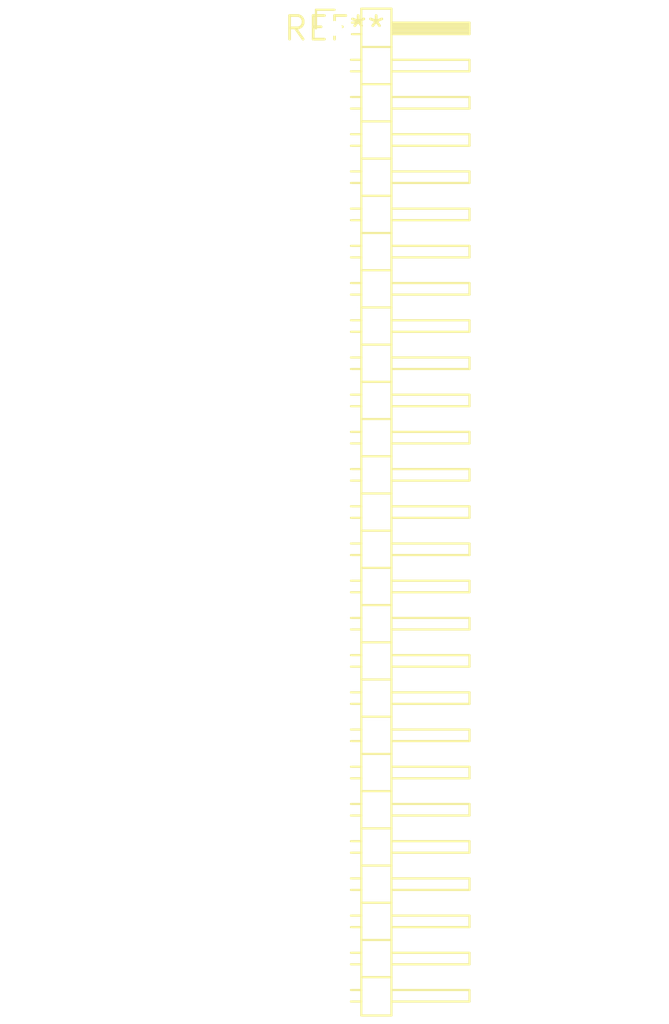
<source format=kicad_pcb>
(kicad_pcb (version 20240108) (generator pcbnew)
  (layers (0 "F.Cu" signal) (31 "B.Cu" signal) (34 "B.Paste" user) (35 "F.Paste" user) (36 "B.SilkS" user "B.Silkscreen") (37 "F.SilkS" user "F.Silkscreen") (38 "B.Mask" user) (39 "F.Mask" user) (44 "Edge.Cuts" user))
  (net 0 "")
  (footprint "PinHeader_1x27_P2.00mm_Horizontal" (layer "F.Cu") (at 0 0)
    (property "Reference" "REF**")
    (property "Value" "PinHeader_1x27_P2.00mm_Horizontal")
    (fp_line (start -1 -1) (end 0 -1) (layer "F.SilkS") (stroke (width 0.12)))
    (fp_line (start -1 0) (end -1 -1) (layer "F.SilkS") (stroke (width 0.12)))
    (fp_line (start 0.882114 1.69) (end 1.44 1.69) (layer "F.SilkS") (stroke (width 0.12)))
    (fp_line (start 0.882114 2.31) (end 1.44 2.31) (layer "F.SilkS") (stroke (width 0.12)))
    (fp_line (start 0.882114 3.69) (end 1.44 3.69) (layer "F.SilkS") (stroke (width 0.12)))
    (fp_line (start 0.882114 4.31) (end 1.44 4.31) (layer "F.SilkS") (stroke (width 0.12)))
    (fp_line (start 0.882114 5.69) (end 1.44 5.69) (layer "F.SilkS") (stroke (width 0.12)))
    (fp_line (start 0.882114 6.31) (end 1.44 6.31) (layer "F.SilkS") (stroke (width 0.12)))
    (fp_line (start 0.882114 7.69) (end 1.44 7.69) (layer "F.SilkS") (stroke (width 0.12)))
    (fp_line (start 0.882114 8.31) (end 1.44 8.31) (layer "F.SilkS") (stroke (width 0.12)))
    (fp_line (start 0.882114 9.69) (end 1.44 9.69) (layer "F.SilkS") (stroke (width 0.12)))
    (fp_line (start 0.882114 10.31) (end 1.44 10.31) (layer "F.SilkS") (stroke (width 0.12)))
    (fp_line (start 0.882114 11.69) (end 1.44 11.69) (layer "F.SilkS") (stroke (width 0.12)))
    (fp_line (start 0.882114 12.31) (end 1.44 12.31) (layer "F.SilkS") (stroke (width 0.12)))
    (fp_line (start 0.882114 13.69) (end 1.44 13.69) (layer "F.SilkS") (stroke (width 0.12)))
    (fp_line (start 0.882114 14.31) (end 1.44 14.31) (layer "F.SilkS") (stroke (width 0.12)))
    (fp_line (start 0.882114 15.69) (end 1.44 15.69) (layer "F.SilkS") (stroke (width 0.12)))
    (fp_line (start 0.882114 16.31) (end 1.44 16.31) (layer "F.SilkS") (stroke (width 0.12)))
    (fp_line (start 0.882114 17.69) (end 1.44 17.69) (layer "F.SilkS") (stroke (width 0.12)))
    (fp_line (start 0.882114 18.31) (end 1.44 18.31) (layer "F.SilkS") (stroke (width 0.12)))
    (fp_line (start 0.882114 19.69) (end 1.44 19.69) (layer "F.SilkS") (stroke (width 0.12)))
    (fp_line (start 0.882114 20.31) (end 1.44 20.31) (layer "F.SilkS") (stroke (width 0.12)))
    (fp_line (start 0.882114 21.69) (end 1.44 21.69) (layer "F.SilkS") (stroke (width 0.12)))
    (fp_line (start 0.882114 22.31) (end 1.44 22.31) (layer "F.SilkS") (stroke (width 0.12)))
    (fp_line (start 0.882114 23.69) (end 1.44 23.69) (layer "F.SilkS") (stroke (width 0.12)))
    (fp_line (start 0.882114 24.31) (end 1.44 24.31) (layer "F.SilkS") (stroke (width 0.12)))
    (fp_line (start 0.882114 25.69) (end 1.44 25.69) (layer "F.SilkS") (stroke (width 0.12)))
    (fp_line (start 0.882114 26.31) (end 1.44 26.31) (layer "F.SilkS") (stroke (width 0.12)))
    (fp_line (start 0.882114 27.69) (end 1.44 27.69) (layer "F.SilkS") (stroke (width 0.12)))
    (fp_line (start 0.882114 28.31) (end 1.44 28.31) (layer "F.SilkS") (stroke (width 0.12)))
    (fp_line (start 0.882114 29.69) (end 1.44 29.69) (layer "F.SilkS") (stroke (width 0.12)))
    (fp_line (start 0.882114 30.31) (end 1.44 30.31) (layer "F.SilkS") (stroke (width 0.12)))
    (fp_line (start 0.882114 31.69) (end 1.44 31.69) (layer "F.SilkS") (stroke (width 0.12)))
    (fp_line (start 0.882114 32.31) (end 1.44 32.31) (layer "F.SilkS") (stroke (width 0.12)))
    (fp_line (start 0.882114 33.69) (end 1.44 33.69) (layer "F.SilkS") (stroke (width 0.12)))
    (fp_line (start 0.882114 34.31) (end 1.44 34.31) (layer "F.SilkS") (stroke (width 0.12)))
    (fp_line (start 0.882114 35.69) (end 1.44 35.69) (layer "F.SilkS") (stroke (width 0.12)))
    (fp_line (start 0.882114 36.31) (end 1.44 36.31) (layer "F.SilkS") (stroke (width 0.12)))
    (fp_line (start 0.882114 37.69) (end 1.44 37.69) (layer "F.SilkS") (stroke (width 0.12)))
    (fp_line (start 0.882114 38.31) (end 1.44 38.31) (layer "F.SilkS") (stroke (width 0.12)))
    (fp_line (start 0.882114 39.69) (end 1.44 39.69) (layer "F.SilkS") (stroke (width 0.12)))
    (fp_line (start 0.882114 40.31) (end 1.44 40.31) (layer "F.SilkS") (stroke (width 0.12)))
    (fp_line (start 0.882114 41.69) (end 1.44 41.69) (layer "F.SilkS") (stroke (width 0.12)))
    (fp_line (start 0.882114 42.31) (end 1.44 42.31) (layer "F.SilkS") (stroke (width 0.12)))
    (fp_line (start 0.882114 43.69) (end 1.44 43.69) (layer "F.SilkS") (stroke (width 0.12)))
    (fp_line (start 0.882114 44.31) (end 1.44 44.31) (layer "F.SilkS") (stroke (width 0.12)))
    (fp_line (start 0.882114 45.69) (end 1.44 45.69) (layer "F.SilkS") (stroke (width 0.12)))
    (fp_line (start 0.882114 46.31) (end 1.44 46.31) (layer "F.SilkS") (stroke (width 0.12)))
    (fp_line (start 0.882114 47.69) (end 1.44 47.69) (layer "F.SilkS") (stroke (width 0.12)))
    (fp_line (start 0.882114 48.31) (end 1.44 48.31) (layer "F.SilkS") (stroke (width 0.12)))
    (fp_line (start 0.882114 49.69) (end 1.44 49.69) (layer "F.SilkS") (stroke (width 0.12)))
    (fp_line (start 0.882114 50.31) (end 1.44 50.31) (layer "F.SilkS") (stroke (width 0.12)))
    (fp_line (start 0.882114 51.69) (end 1.44 51.69) (layer "F.SilkS") (stroke (width 0.12)))
    (fp_line (start 0.882114 52.31) (end 1.44 52.31) (layer "F.SilkS") (stroke (width 0.12)))
    (fp_line (start 0.935 -0.31) (end 1.44 -0.31) (layer "F.SilkS") (stroke (width 0.12)))
    (fp_line (start 0.935 0.31) (end 1.44 0.31) (layer "F.SilkS") (stroke (width 0.12)))
    (fp_line (start 1.44 -1.06) (end 1.44 53.06) (layer "F.SilkS") (stroke (width 0.12)))
    (fp_line (start 1.44 1) (end 3.06 1) (layer "F.SilkS") (stroke (width 0.12)))
    (fp_line (start 1.44 3) (end 3.06 3) (layer "F.SilkS") (stroke (width 0.12)))
    (fp_line (start 1.44 5) (end 3.06 5) (layer "F.SilkS") (stroke (width 0.12)))
    (fp_line (start 1.44 7) (end 3.06 7) (layer "F.SilkS") (stroke (width 0.12)))
    (fp_line (start 1.44 9) (end 3.06 9) (layer "F.SilkS") (stroke (width 0.12)))
    (fp_line (start 1.44 11) (end 3.06 11) (layer "F.SilkS") (stroke (width 0.12)))
    (fp_line (start 1.44 13) (end 3.06 13) (layer "F.SilkS") (stroke (width 0.12)))
    (fp_line (start 1.44 15) (end 3.06 15) (layer "F.SilkS") (stroke (width 0.12)))
    (fp_line (start 1.44 17) (end 3.06 17) (layer "F.SilkS") (stroke (width 0.12)))
    (fp_line (start 1.44 19) (end 3.06 19) (layer "F.SilkS") (stroke (width 0.12)))
    (fp_line (start 1.44 21) (end 3.06 21) (layer "F.SilkS") (stroke (width 0.12)))
    (fp_line (start 1.44 23) (end 3.06 23) (layer "F.SilkS") (stroke (width 0.12)))
    (fp_line (start 1.44 25) (end 3.06 25) (layer "F.SilkS") (stroke (width 0.12)))
    (fp_line (start 1.44 27) (end 3.06 27) (layer "F.SilkS") (stroke (width 0.12)))
    (fp_line (start 1.44 29) (end 3.06 29) (layer "F.SilkS") (stroke (width 0.12)))
    (fp_line (start 1.44 31) (end 3.06 31) (layer "F.SilkS") (stroke (width 0.12)))
    (fp_line (start 1.44 33) (end 3.06 33) (layer "F.SilkS") (stroke (width 0.12)))
    (fp_line (start 1.44 35) (end 3.06 35) (layer "F.SilkS") (stroke (width 0.12)))
    (fp_line (start 1.44 37) (end 3.06 37) (layer "F.SilkS") (stroke (width 0.12)))
    (fp_line (start 1.44 39) (end 3.06 39) (layer "F.SilkS") (stroke (width 0.12)))
    (fp_line (start 1.44 41) (end 3.06 41) (layer "F.SilkS") (stroke (width 0.12)))
    (fp_line (start 1.44 43) (end 3.06 43) (layer "F.SilkS") (stroke (width 0.12)))
    (fp_line (start 1.44 45) (end 3.06 45) (layer "F.SilkS") (stroke (width 0.12)))
    (fp_line (start 1.44 47) (end 3.06 47) (layer "F.SilkS") (stroke (width 0.12)))
    (fp_line (start 1.44 49) (end 3.06 49) (layer "F.SilkS") (stroke (width 0.12)))
    (fp_line (start 1.44 51) (end 3.06 51) (layer "F.SilkS") (stroke (width 0.12)))
    (fp_line (start 1.44 53.06) (end 3.06 53.06) (layer "F.SilkS") (stroke (width 0.12)))
    (fp_line (start 3.06 -1.06) (end 1.44 -1.06) (layer "F.SilkS") (stroke (width 0.12)))
    (fp_line (start 3.06 -0.31) (end 7.26 -0.31) (layer "F.SilkS") (stroke (width 0.12)))
    (fp_line (start 3.06 -0.25) (end 7.26 -0.25) (layer "F.SilkS") (stroke (width 0.12)))
    (fp_line (start 3.06 -0.13) (end 7.26 -0.13) (layer "F.SilkS") (stroke (width 0.12)))
    (fp_line (start 3.06 -0.01) (end 7.26 -0.01) (layer "F.SilkS") (stroke (width 0.12)))
    (fp_line (start 3.06 0.11) (end 7.26 0.11) (layer "F.SilkS") (stroke (width 0.12)))
    (fp_line (start 3.06 0.23) (end 7.26 0.23) (layer "F.SilkS") (stroke (width 0.12)))
    (fp_line (start 3.06 1.69) (end 7.26 1.69) (layer "F.SilkS") (stroke (width 0.12)))
    (fp_line (start 3.06 3.69) (end 7.26 3.69) (layer "F.SilkS") (stroke (width 0.12)))
    (fp_line (start 3.06 5.69) (end 7.26 5.69) (layer "F.SilkS") (stroke (width 0.12)))
    (fp_line (start 3.06 7.69) (end 7.26 7.69) (layer "F.SilkS") (stroke (width 0.12)))
    (fp_line (start 3.06 9.69) (end 7.26 9.69) (layer "F.SilkS") (stroke (width 0.12)))
    (fp_line (start 3.06 11.69) (end 7.26 11.69) (layer "F.SilkS") (stroke (width 0.12)))
    (fp_line (start 3.06 13.69) (end 7.26 13.69) (layer "F.SilkS") (stroke (width 0.12)))
    (fp_line (start 3.06 15.69) (end 7.26 15.69) (layer "F.SilkS") (stroke (width 0.12)))
    (fp_line (start 3.06 17.69) (end 7.26 17.69) (layer "F.SilkS") (stroke (width 0.12)))
    (fp_line (start 3.06 19.69) (end 7.26 19.69) (layer "F.SilkS") (stroke (width 0.12)))
    (fp_line (start 3.06 21.69) (end 7.26 21.69) (layer "F.SilkS") (stroke (width 0.12)))
    (fp_line (start 3.06 23.69) (end 7.26 23.69) (layer "F.SilkS") (stroke (width 0.12)))
    (fp_line (start 3.06 25.69) (end 7.26 25.69) (layer "F.SilkS") (stroke (width 0.12)))
    (fp_line (start 3.06 27.69) (end 7.26 27.69) (layer "F.SilkS") (stroke (width 0.12)))
    (fp_line (start 3.06 29.69) (end 7.26 29.69) (layer "F.SilkS") (stroke (width 0.12)))
    (fp_line (start 3.06 31.69) (end 7.26 31.69) (layer "F.SilkS") (stroke (width 0.12)))
    (fp_line (start 3.06 33.69) (end 7.26 33.69) (layer "F.SilkS") (stroke (width 0.12)))
    (fp_line (start 3.06 35.69) (end 7.26 35.69) (layer "F.SilkS") (stroke (width 0.12)))
    (fp_line (start 3.06 37.69) (end 7.26 37.69) (layer "F.SilkS") (stroke (width 0.12)))
    (fp_line (start 3.06 39.69) (end 7.26 39.69) (layer "F.SilkS") (stroke (width 0.12)))
    (fp_line (start 3.06 41.69) (end 7.26 41.69) (layer "F.SilkS") (stroke (width 0.12)))
    (fp_line (start 3.06 43.69) (end 7.26 43.69) (layer "F.SilkS") (stroke (width 0.12)))
    (fp_line (start 3.06 45.69) (end 7.26 45.69) (layer "F.SilkS") (stroke (width 0.12)))
    (fp_line (start 3.06 47.69) (end 7.26 47.69) (layer "F.SilkS") (stroke (width 0.12)))
    (fp_line (start 3.06 49.69) (end 7.26 49.69) (layer "F.SilkS") (stroke (width 0.12)))
    (fp_line (start 3.06 51.69) (end 7.26 51.69) (layer "F.SilkS") (stroke (width 0.12)))
    (fp_line (start 3.06 53.06) (end 3.06 -1.06) (layer "F.SilkS") (stroke (width 0.12)))
    (fp_line (start 7.26 -0.31) (end 7.26 0.31) (layer "F.SilkS") (stroke (width 0.12)))
    (fp_line (start 7.26 0.31) (end 3.06 0.31) (layer "F.SilkS") (stroke (width 0.12)))
    (fp_line (start 7.26 1.69) (end 7.26 2.31) (layer "F.SilkS") (stroke (width 0.12)))
    (fp_line (start 7.26 2.31) (end 3.06 2.31) (layer "F.SilkS") (stroke (width 0.12)))
    (fp_line (start 7.26 3.69) (end 7.26 4.31) (layer "F.SilkS") (stroke (width 0.12)))
    (fp_line (start 7.26 4.31) (end 3.06 4.31) (layer "F.SilkS") (stroke (width 0.12)))
    (fp_line (start 7.26 5.69) (end 7.26 6.31) (layer "F.SilkS") (stroke (width 0.12)))
    (fp_line (start 7.26 6.31) (end 3.06 6.31) (layer "F.SilkS") (stroke (width 0.12)))
    (fp_line (start 7.26 7.69) (end 7.26 8.31) (layer "F.SilkS") (stroke (width 0.12)))
    (fp_line (start 7.26 8.31) (end 3.06 8.31) (layer "F.SilkS") (stroke (width 0.12)))
    (fp_line (start 7.26 9.69) (end 7.26 10.31) (layer "F.SilkS") (stroke (width 0.12)))
    (fp_line (start 7.26 10.31) (end 3.06 10.31) (layer "F.SilkS") (stroke (width 0.12)))
    (fp_line (start 7.26 11.69) (end 7.26 12.31) (layer "F.SilkS") (stroke (width 0.12)))
    (fp_line (start 7.26 12.31) (end 3.06 12.31) (layer "F.SilkS") (stroke (width 0.12)))
    (fp_line (start 7.26 13.69) (end 7.26 14.31) (layer "F.SilkS") (stroke (width 0.12)))
    (fp_line (start 7.26 14.31) (end 3.06 14.31) (layer "F.SilkS") (stroke (width 0.12)))
    (fp_line (start 7.26 15.69) (end 7.26 16.31) (layer "F.SilkS") (stroke (width 0.12)))
    (fp_line (start 7.26 16.31) (end 3.06 16.31) (layer "F.SilkS") (stroke (width 0.12)))
    (fp_line (start 7.26 17.69) (end 7.26 18.31) (layer "F.SilkS") (stroke (width 0.12)))
    (fp_line (start 7.26 18.31) (end 3.06 18.31) (layer "F.SilkS") (stroke (width 0.12)))
    (fp_line (start 7.26 19.69) (end 7.26 20.31) (layer "F.SilkS") (stroke (width 0.12)))
    (fp_line (start 7.26 20.31) (end 3.06 20.31) (layer "F.SilkS") (stroke (width 0.12)))
    (fp_line (start 7.26 21.69) (end 7.26 22.31) (layer "F.SilkS") (stroke (width 0.12)))
    (fp_line (start 7.26 22.31) (end 3.06 22.31) (layer "F.SilkS") (stroke (width 0.12)))
    (fp_line (start 7.26 23.69) (end 7.26 24.31) (layer "F.SilkS") (stroke (width 0.12)))
    (fp_line (start 7.26 24.31) (end 3.06 24.31) (layer "F.SilkS") (stroke (width 0.12)))
    (fp_line (start 7.26 25.69) (end 7.26 26.31) (layer "F.SilkS") (stroke (width 0.12)))
    (fp_line (start 7.26 26.31) (end 3.06 26.31) (layer "F.SilkS") (stroke (width 0.12)))
    (fp_line (start 7.26 27.69) (end 7.26 28.31) (layer "F.SilkS") (stroke (width 0.12)))
    (fp_line (start 7.26 28.31) (end 3.06 28.31) (layer "F.SilkS") (stroke (width 0.12)))
    (fp_line (start 7.26 29.69) (end 7.26 30.31) (layer "F.SilkS") (stroke (width 0.12)))
    (fp_line (start 7.26 30.31) (end 3.06 30.31) (layer "F.SilkS") (stroke (width 0.12)))
    (fp_line (start 7.26 31.69) (end 7.26 32.31) (layer "F.SilkS") (stroke (width 0.12)))
    (fp_line (start 7.26 32.31) (end 3.06 32.31) (layer "F.SilkS") (stroke (width 0.12)))
    (fp_line (start 7.26 33.69) (end 7.26 34.31) (layer "F.SilkS") (stroke (width 0.12)))
    (fp_line (start 7.26 34.31) (end 3.06 34.31) (layer "F.SilkS") (stroke (width 0.12)))
    (fp_line (start 7.26 35.69) (end 7.26 36.31) (layer "F.SilkS") (stroke (width 0.12)))
    (fp_line (start 7.26 36.31) (end 3.06 36.31) (layer "F.SilkS") (stroke (width 0.12)))
    (fp_line (start 7.26 37.69) (end 7.26 38.31) (layer "F.SilkS") (stroke (width 0.12)))
    (fp_line (start 7.26 38.31) (end 3.06 38.31) (layer "F.SilkS") (stroke (width 0.12)))
    (fp_line (start 7.26 39.69) (end 7.26 40.31) (layer "F.SilkS") (stroke (width 0.12)))
    (fp_line (start 7.26 40.31) (end 3.06 40.31) (layer "F.SilkS") (stroke (width 0.12)))
    (fp_line (start 7.26 41.69) (end 7.26 42.31) (layer "F.SilkS") (stroke (width 0.12)))
    (fp_line (start 7.26 42.31) (end 3.06 42.31) (layer "F.SilkS") (stroke (width 0.12)))
    (fp_line (start 7.26 43.69) (end 7.26 44.31) (layer "F.SilkS") (stroke (width 0.12)))
    (fp_line (start 7.26 44.31) (end 3.06 44.31) (layer "F.SilkS") (stroke (width 0.12)))
    (fp_line (start 7.26 45.69) (end 7.26 46.31) (layer "F.SilkS") (stroke (width 0.12)))
    (fp_line (start 7.26 46.31) (end 3.06 46.31) (layer "F.SilkS") (stroke (width 0.12)))
    (fp_line (start 7.26 47.69) (end 7.26 48.31) (layer "F.SilkS") (stroke (width 0.12)))
    (fp_line (start 7.26 48.31) (end 3.06 48.31) (layer "F.SilkS") (stroke (width 0.12)))
    (fp_line (start 7.26 49.69) (end 7.26 50.31) (layer "F.SilkS") (stroke (width 0.12)))
    (fp_line (start 7.26 50.31) (end 3.06 50.31) (layer "F.SilkS") (stroke (width 0.12)))
    (fp_line (start 7.26 51.69) (end 7.26 52.31) (layer "F.SilkS") (stroke (width 0.12)))
    (fp_line (start 7.26 52.31) (end 3.06 52.31) (layer "F.SilkS") (stroke (width 0.12)))
    (pad "1" thru_hole rect (at 0 0) (size 1.35 1.35) (drill 0.8) (layers *.Cu *.Mask) (remove_unused_layers))
    (pad "2" thru_hole oval (at 0 2) (size 1.35 1.35) (drill 0.8) (layers *.Cu *.Mask) (remove_unused_layers))
    (pad "3" thru_hole oval (at 0 4) (size 1.35 1.35) (drill 0.8) (layers *.Cu *.Mask) (remove_unused_layers))
    (pad "4" thru_hole oval (at 0 6) (size 1.35 1.35) (drill 0.8) (layers *.Cu *.Mask) (remove_unused_layers))
    (pad "5" thru_hole oval (at 0 8) (size 1.35 1.35) (drill 0.8) (layers *.Cu *.Mask) (remove_unused_layers))
    (pad "6" thru_hole oval (at 0 10) (size 1.35 1.35) (drill 0.8) (layers *.Cu *.Mask) (remove_unused_layers))
    (pad "7" thru_hole oval (at 0 12) (size 1.35 1.35) (drill 0.8) (layers *.Cu *.Mask) (remove_unused_layers))
    (pad "8" thru_hole oval (at 0 14) (size 1.35 1.35) (drill 0.8) (layers *.Cu *.Mask) (remove_unused_layers))
    (pad "9" thru_hole oval (at 0 16) (size 1.35 1.35) (drill 0.8) (layers *.Cu *.Mask) (remove_unused_layers))
    (pad "10" thru_hole oval (at 0 18) (size 1.35 1.35) (drill 0.8) (layers *.Cu *.Mask) (remove_unused_layers))
    (pad "11" thru_hole oval (at 0 20) (size 1.35 1.35) (drill 0.8) (layers *.Cu *.Mask) (remove_unused_layers))
    (pad "12" thru_hole oval (at 0 22) (size 1.35 1.35) (drill 0.8) (layers *.Cu *.Mask) (remove_unused_layers))
    (pad "13" thru_hole oval (at 0 24) (size 1.35 1.35) (drill 0.8) (layers *.Cu *.Mask) (remove_unused_layers))
    (pad "14" thru_hole oval (at 0 26) (size 1.35 1.35) (drill 0.8) (layers *.Cu *.Mask) (remove_unused_layers))
    (pad "15" thru_hole oval (at 0 28) (size 1.35 1.35) (drill 0.8) (layers *.Cu *.Mask) (remove_unused_layers))
    (pad "16" thru_hole oval (at 0 30) (size 1.35 1.35) (drill 0.8) (layers *.Cu *.Mask) (remove_unused_layers))
    (pad "17" thru_hole oval (at 0 32) (size 1.35 1.35) (drill 0.8) (layers *.Cu *.Mask) (remove_unused_layers))
    (pad "18" thru_hole oval (at 0 34) (size 1.35 1.35) (drill 0.8) (layers *.Cu *.Mask) (remove_unused_layers))
    (pad "19" thru_hole oval (at 0 36) (size 1.35 1.35) (drill 0.8) (layers *.Cu *.Mask) (remove_unused_layers))
    (pad "20" thru_hole oval (at 0 38) (size 1.35 1.35) (drill 0.8) (layers *.Cu *.Mask) (remove_unused_layers))
    (pad "21" thru_hole oval (at 0 40) (size 1.35 1.35) (drill 0.8) (layers *.Cu *.Mask) (remove_unused_layers))
    (pad "22" thru_hole oval (at 0 42) (size 1.35 1.35) (drill 0.8) (layers *.Cu *.Mask) (remove_unused_layers))
    (pad "23" thru_hole oval (at 0 44) (size 1.35 1.35) (drill 0.8) (layers *.Cu *.Mask) (remove_unused_layers))
    (pad "24" thru_hole oval (at 0 46) (size 1.35 1.35) (drill 0.8) (layers *.Cu *.Mask) (remove_unused_layers))
    (pad "25" thru_hole oval (at 0 48) (size 1.35 1.35) (drill 0.8) (layers *.Cu *.Mask) (remove_unused_layers))
    (pad "26" thru_hole oval (at 0 50) (size 1.35 1.35) (drill 0.8) (layers *.Cu *.Mask) (remove_unused_layers))
    (pad "27" thru_hole oval (at 0 52) (size 1.35 1.35) (drill 0.8) (layers *.Cu *.Mask) (remove_unused_layers))
  )
)
</source>
